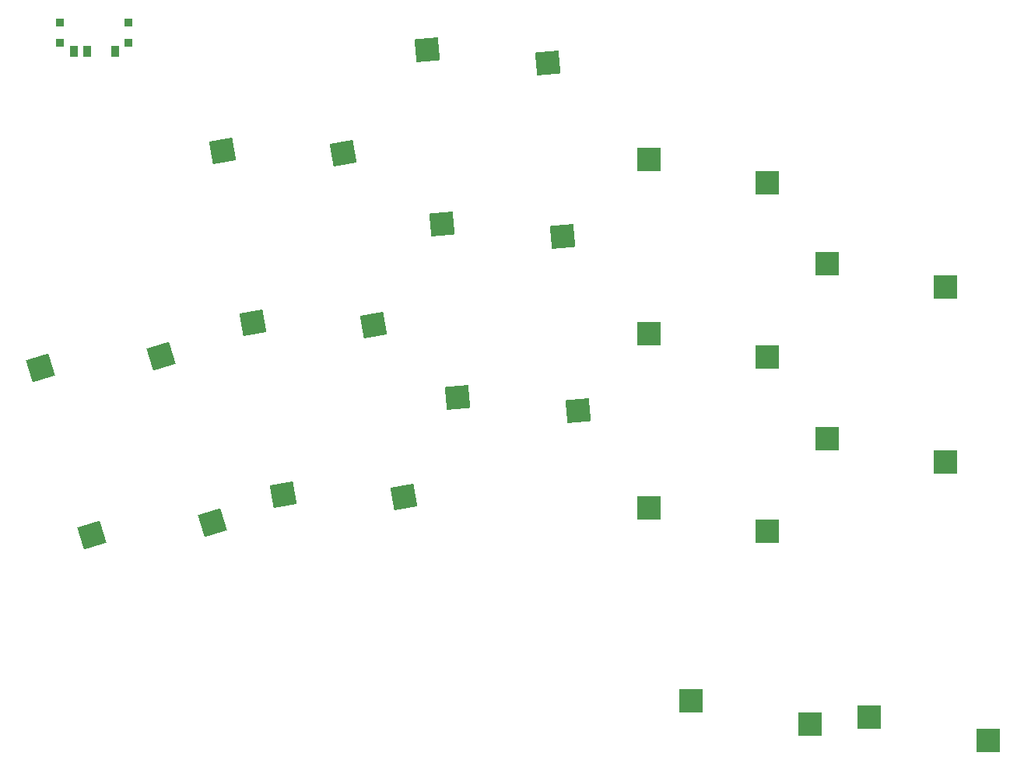
<source format=gbr>
%TF.GenerationSoftware,KiCad,Pcbnew,(6.0.7-1)-1*%
%TF.CreationDate,2022-08-15T15:56:19+02:00*%
%TF.ProjectId,wizza,77697a7a-612e-46b6-9963-61645f706362,v1.0.0*%
%TF.SameCoordinates,Original*%
%TF.FileFunction,Paste,Top*%
%TF.FilePolarity,Positive*%
%FSLAX46Y46*%
G04 Gerber Fmt 4.6, Leading zero omitted, Abs format (unit mm)*
G04 Created by KiCad (PCBNEW (6.0.7-1)-1) date 2022-08-15 15:56:19*
%MOMM*%
%LPD*%
G01*
G04 APERTURE LIST*
G04 Aperture macros list*
%AMRotRect*
0 Rectangle, with rotation*
0 The origin of the aperture is its center*
0 $1 length*
0 $2 width*
0 $3 Rotation angle, in degrees counterclockwise*
0 Add horizontal line*
21,1,$1,$2,0,0,$3*%
G04 Aperture macros list end*
%ADD10RotRect,2.550000X2.500000X5.000000*%
%ADD11RotRect,2.550000X2.500000X10.000000*%
%ADD12RotRect,2.550000X2.500000X17.000000*%
%ADD13R,2.550000X2.500000*%
%ADD14R,0.900000X0.900000*%
%ADD15R,0.900000X1.250000*%
G04 APERTURE END LIST*
D10*
%TO.C,S7*%
X255927488Y-81357884D03*
X242828303Y-79954212D03*
%TD*%
%TO.C,S8*%
X254271529Y-62430185D03*
X241172344Y-61026513D03*
%TD*%
D11*
%TO.C,S4*%
X235362718Y-90956788D03*
X222191041Y-90700126D03*
%TD*%
D12*
%TO.C,S1*%
X217798981Y-112488373D03*
X204694205Y-113838848D03*
%TD*%
D13*
%TO.C,S9*%
X278200601Y-113446367D03*
X265273601Y-110906367D03*
%TD*%
%TO.C,S12*%
X297600601Y-105846367D03*
X284673601Y-103306367D03*
%TD*%
%TO.C,S14*%
X282825601Y-134446367D03*
X269898601Y-131906367D03*
%TD*%
D11*
%TO.C,S3*%
X238662034Y-109668135D03*
X225490357Y-109411473D03*
%TD*%
D10*
%TO.C,S6*%
X257583448Y-100285583D03*
X244484263Y-98881911D03*
%TD*%
D13*
%TO.C,S15*%
X302225601Y-136156367D03*
X289298601Y-133616367D03*
%TD*%
%TO.C,S11*%
X278200601Y-75446367D03*
X265273601Y-72906367D03*
%TD*%
D12*
%TO.C,S2*%
X212243918Y-94318582D03*
X199139142Y-95669057D03*
%TD*%
D13*
%TO.C,S13*%
X297600601Y-86846367D03*
X284673601Y-84306367D03*
%TD*%
D11*
%TO.C,S5*%
X232063403Y-72245441D03*
X218891726Y-71988779D03*
%TD*%
D13*
%TO.C,S10*%
X278200601Y-94446367D03*
X265273601Y-91906367D03*
%TD*%
D14*
%TO.C,T1*%
X208650615Y-60206416D03*
X201250615Y-58006416D03*
X208650615Y-58006416D03*
X201250615Y-60206416D03*
D15*
X207200615Y-61181416D03*
X204200615Y-61181416D03*
X202700615Y-61181416D03*
%TD*%
M02*

</source>
